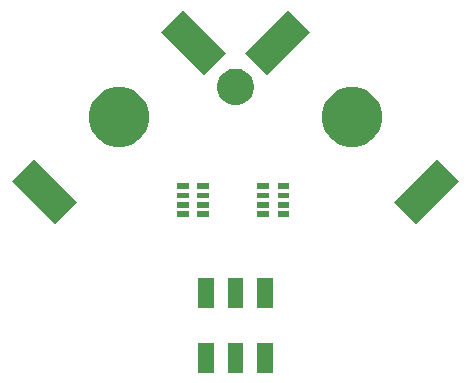
<source format=gbr>
G04 #@! TF.GenerationSoftware,KiCad,Pcbnew,(5.1.5)-3*
G04 #@! TF.CreationDate,2020-10-24T11:26:36-07:00*
G04 #@! TF.ProjectId,xmas_heart_2020,786d6173-5f68-4656-9172-745f32303230,rev?*
G04 #@! TF.SameCoordinates,Original*
G04 #@! TF.FileFunction,Soldermask,Bot*
G04 #@! TF.FilePolarity,Negative*
%FSLAX46Y46*%
G04 Gerber Fmt 4.6, Leading zero omitted, Abs format (unit mm)*
G04 Created by KiCad (PCBNEW (5.1.5)-3) date 2020-10-24 11:26:36*
%MOMM*%
%LPD*%
G04 APERTURE LIST*
%ADD10C,0.100000*%
G04 APERTURE END LIST*
D10*
G36*
X103262701Y-52401000D02*
G01*
X101960701Y-52401000D01*
X101960701Y-49799000D01*
X103262701Y-49799000D01*
X103262701Y-52401000D01*
G37*
G36*
X108262701Y-52401000D02*
G01*
X106960701Y-52401000D01*
X106960701Y-49799000D01*
X108262701Y-49799000D01*
X108262701Y-52401000D01*
G37*
G36*
X105762701Y-52401000D02*
G01*
X104460701Y-52401000D01*
X104460701Y-49799000D01*
X105762701Y-49799000D01*
X105762701Y-52401000D01*
G37*
G36*
X105762701Y-46901000D02*
G01*
X104460701Y-46901000D01*
X104460701Y-44299000D01*
X105762701Y-44299000D01*
X105762701Y-46901000D01*
G37*
G36*
X103262701Y-46901000D02*
G01*
X101960701Y-46901000D01*
X101960701Y-44299000D01*
X103262701Y-44299000D01*
X103262701Y-46901000D01*
G37*
G36*
X108262701Y-46901000D02*
G01*
X106960701Y-46901000D01*
X106960701Y-44299000D01*
X108262701Y-44299000D01*
X108262701Y-46901000D01*
G37*
G36*
X124045059Y-36091689D02*
G01*
X120366689Y-39770059D01*
X118526797Y-37930167D01*
X122205167Y-34251797D01*
X124045059Y-36091689D01*
G37*
G36*
X91696605Y-37930167D02*
G01*
X89856713Y-39770059D01*
X86178343Y-36091689D01*
X88018235Y-34251797D01*
X91696605Y-37930167D01*
G37*
G36*
X101151000Y-39201000D02*
G01*
X100149000Y-39201000D01*
X100149000Y-38699000D01*
X101151000Y-38699000D01*
X101151000Y-39201000D01*
G37*
G36*
X102851000Y-39201000D02*
G01*
X101849000Y-39201000D01*
X101849000Y-38699000D01*
X102851000Y-38699000D01*
X102851000Y-39201000D01*
G37*
G36*
X107976000Y-39201000D02*
G01*
X106974000Y-39201000D01*
X106974000Y-38699000D01*
X107976000Y-38699000D01*
X107976000Y-39201000D01*
G37*
G36*
X109676000Y-39201000D02*
G01*
X108674000Y-39201000D01*
X108674000Y-38699000D01*
X109676000Y-38699000D01*
X109676000Y-39201000D01*
G37*
G36*
X102851000Y-38401000D02*
G01*
X101849000Y-38401000D01*
X101849000Y-37899000D01*
X102851000Y-37899000D01*
X102851000Y-38401000D01*
G37*
G36*
X109676000Y-38401000D02*
G01*
X108674000Y-38401000D01*
X108674000Y-37899000D01*
X109676000Y-37899000D01*
X109676000Y-38401000D01*
G37*
G36*
X101151000Y-38401000D02*
G01*
X100149000Y-38401000D01*
X100149000Y-37899000D01*
X101151000Y-37899000D01*
X101151000Y-38401000D01*
G37*
G36*
X107976000Y-38401000D02*
G01*
X106974000Y-38401000D01*
X106974000Y-37899000D01*
X107976000Y-37899000D01*
X107976000Y-38401000D01*
G37*
G36*
X101151000Y-37601000D02*
G01*
X100149000Y-37601000D01*
X100149000Y-37099000D01*
X101151000Y-37099000D01*
X101151000Y-37601000D01*
G37*
G36*
X102851000Y-37601000D02*
G01*
X101849000Y-37601000D01*
X101849000Y-37099000D01*
X102851000Y-37099000D01*
X102851000Y-37601000D01*
G37*
G36*
X107976000Y-37601000D02*
G01*
X106974000Y-37601000D01*
X106974000Y-37099000D01*
X107976000Y-37099000D01*
X107976000Y-37601000D01*
G37*
G36*
X109676000Y-37601000D02*
G01*
X108674000Y-37601000D01*
X108674000Y-37099000D01*
X109676000Y-37099000D01*
X109676000Y-37601000D01*
G37*
G36*
X101151000Y-36801000D02*
G01*
X100149000Y-36801000D01*
X100149000Y-36299000D01*
X101151000Y-36299000D01*
X101151000Y-36801000D01*
G37*
G36*
X109676000Y-36801000D02*
G01*
X108674000Y-36801000D01*
X108674000Y-36299000D01*
X109676000Y-36299000D01*
X109676000Y-36801000D01*
G37*
G36*
X107976000Y-36801000D02*
G01*
X106974000Y-36801000D01*
X106974000Y-36299000D01*
X107976000Y-36299000D01*
X107976000Y-36801000D01*
G37*
G36*
X102851000Y-36801000D02*
G01*
X101849000Y-36801000D01*
X101849000Y-36299000D01*
X102851000Y-36299000D01*
X102851000Y-36801000D01*
G37*
G36*
X95992500Y-28247033D02*
G01*
X96456752Y-28439332D01*
X96456754Y-28439333D01*
X96874570Y-28718509D01*
X97229893Y-29073832D01*
X97509069Y-29491648D01*
X97509070Y-29491650D01*
X97701369Y-29955902D01*
X97799402Y-30448747D01*
X97799402Y-30951253D01*
X97701369Y-31444098D01*
X97509070Y-31908350D01*
X97509069Y-31908352D01*
X97229893Y-32326168D01*
X96874570Y-32681491D01*
X96456754Y-32960667D01*
X96456753Y-32960668D01*
X96456752Y-32960668D01*
X95992500Y-33152967D01*
X95499655Y-33251000D01*
X94997149Y-33251000D01*
X94504304Y-33152967D01*
X94040052Y-32960668D01*
X94040051Y-32960668D01*
X94040050Y-32960667D01*
X93622234Y-32681491D01*
X93266911Y-32326168D01*
X92987735Y-31908352D01*
X92987734Y-31908350D01*
X92795435Y-31444098D01*
X92697402Y-30951253D01*
X92697402Y-30448747D01*
X92795435Y-29955902D01*
X92987734Y-29491650D01*
X92987735Y-29491648D01*
X93266911Y-29073832D01*
X93622234Y-28718509D01*
X94040050Y-28439333D01*
X94040052Y-28439332D01*
X94504304Y-28247033D01*
X94997149Y-28149000D01*
X95499655Y-28149000D01*
X95992500Y-28247033D01*
G37*
G36*
X115719098Y-28247033D02*
G01*
X116183350Y-28439332D01*
X116183352Y-28439333D01*
X116601168Y-28718509D01*
X116956491Y-29073832D01*
X117235667Y-29491648D01*
X117235668Y-29491650D01*
X117427967Y-29955902D01*
X117526000Y-30448747D01*
X117526000Y-30951253D01*
X117427967Y-31444098D01*
X117235668Y-31908350D01*
X117235667Y-31908352D01*
X116956491Y-32326168D01*
X116601168Y-32681491D01*
X116183352Y-32960667D01*
X116183351Y-32960668D01*
X116183350Y-32960668D01*
X115719098Y-33152967D01*
X115226253Y-33251000D01*
X114723747Y-33251000D01*
X114230902Y-33152967D01*
X113766650Y-32960668D01*
X113766649Y-32960668D01*
X113766648Y-32960667D01*
X113348832Y-32681491D01*
X112993509Y-32326168D01*
X112714333Y-31908352D01*
X112714332Y-31908350D01*
X112522033Y-31444098D01*
X112424000Y-30951253D01*
X112424000Y-30448747D01*
X112522033Y-29955902D01*
X112714332Y-29491650D01*
X112714333Y-29491648D01*
X112993509Y-29073832D01*
X113348832Y-28718509D01*
X113766648Y-28439333D01*
X113766650Y-28439332D01*
X114230902Y-28247033D01*
X114723747Y-28149000D01*
X115226253Y-28149000D01*
X115719098Y-28247033D01*
G37*
G36*
X105427585Y-26628802D02*
G01*
X105577410Y-26658604D01*
X105859674Y-26775521D01*
X106113705Y-26945259D01*
X106329741Y-27161295D01*
X106499479Y-27415326D01*
X106616396Y-27697590D01*
X106676000Y-27997240D01*
X106676000Y-28302760D01*
X106616396Y-28602410D01*
X106499479Y-28884674D01*
X106329741Y-29138705D01*
X106113705Y-29354741D01*
X105859674Y-29524479D01*
X105577410Y-29641396D01*
X105427585Y-29671198D01*
X105277761Y-29701000D01*
X104972239Y-29701000D01*
X104822415Y-29671198D01*
X104672590Y-29641396D01*
X104390326Y-29524479D01*
X104136295Y-29354741D01*
X103920259Y-29138705D01*
X103750521Y-28884674D01*
X103633604Y-28602410D01*
X103574000Y-28302760D01*
X103574000Y-27997240D01*
X103633604Y-27697590D01*
X103750521Y-27415326D01*
X103920259Y-27161295D01*
X104136295Y-26945259D01*
X104390326Y-26775521D01*
X104672590Y-26658604D01*
X104822415Y-26628802D01*
X104972239Y-26599000D01*
X105277761Y-26599000D01*
X105427585Y-26628802D01*
G37*
G36*
X111423203Y-23469833D02*
G01*
X107744833Y-27148203D01*
X105904941Y-25308311D01*
X109583311Y-21629941D01*
X111423203Y-23469833D01*
G37*
G36*
X104318461Y-25308311D02*
G01*
X102478569Y-27148203D01*
X98800199Y-23469833D01*
X100640091Y-21629941D01*
X104318461Y-25308311D01*
G37*
M02*

</source>
